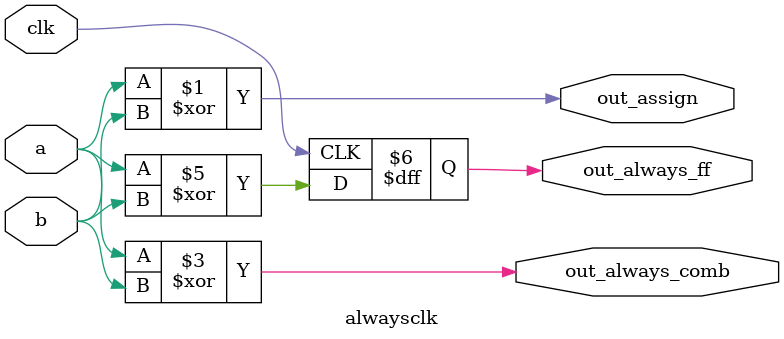
<source format=v>
module alwaysclk(
    input clk,
    input a,
    input b,
    output wire out_assign,
    output reg out_always_comb,
    output reg out_always_ff   );
    
    assign out_assign=a^b; // continous assignment always outside procedure
    
    always@(*)begin
        out_always_comb=a^b; //blocking assignments always used in combinational procedure
    end
    always@(posedge clk)begin
        out_always_ff<=a^b; //non-blocking in clocked procedure
    end
         

endmodule

</source>
